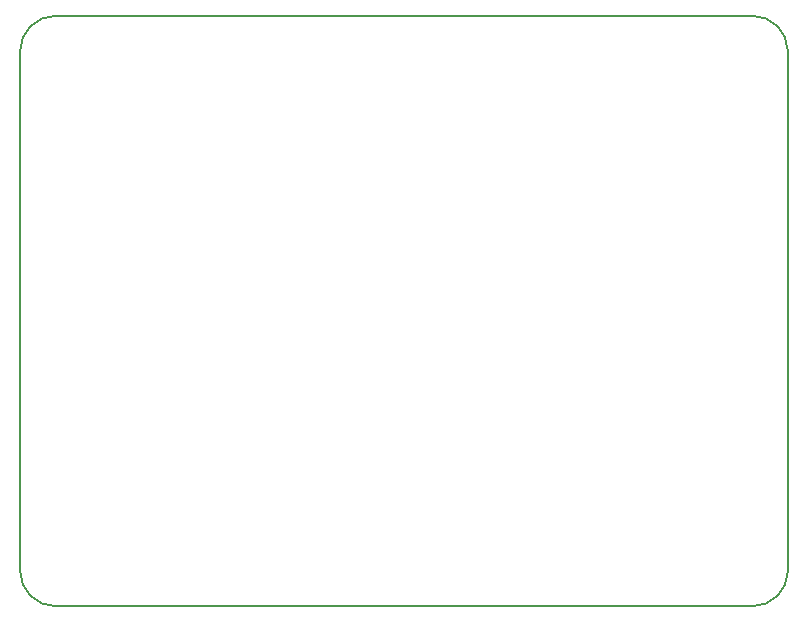
<source format=gbr>
G04 #@! TF.GenerationSoftware,KiCad,Pcbnew,(5.1.5-0)*
G04 #@! TF.CreationDate,2021-01-19T14:56:57-08:00*
G04 #@! TF.ProjectId,Luminometer_RPi,4c756d69-6e6f-46d6-9574-65725f525069,rev?*
G04 #@! TF.SameCoordinates,Original*
G04 #@! TF.FileFunction,Profile,NP*
%FSLAX46Y46*%
G04 Gerber Fmt 4.6, Leading zero omitted, Abs format (unit mm)*
G04 Created by KiCad (PCBNEW (5.1.5-0)) date 2021-01-19 14:56:57*
%MOMM*%
%LPD*%
G04 APERTURE LIST*
%ADD10C,0.150000*%
G04 APERTURE END LIST*
D10*
X109500000Y-111500000D02*
G75*
G02X106500000Y-108500000I0J3000000D01*
G01*
X171500000Y-108500000D02*
G75*
G02X168500000Y-111500000I-3000000J0D01*
G01*
X168500000Y-61500000D02*
G75*
G02X171500000Y-64500000I0J-3000000D01*
G01*
X106500000Y-64500000D02*
G75*
G02X109500000Y-61500000I3000000J0D01*
G01*
X106500000Y-108500000D02*
X106500000Y-64500000D01*
X168500000Y-111500000D02*
X109500000Y-111500000D01*
X171500000Y-64500000D02*
X171500000Y-108500000D01*
X109500000Y-61500000D02*
X168500000Y-61500000D01*
M02*

</source>
